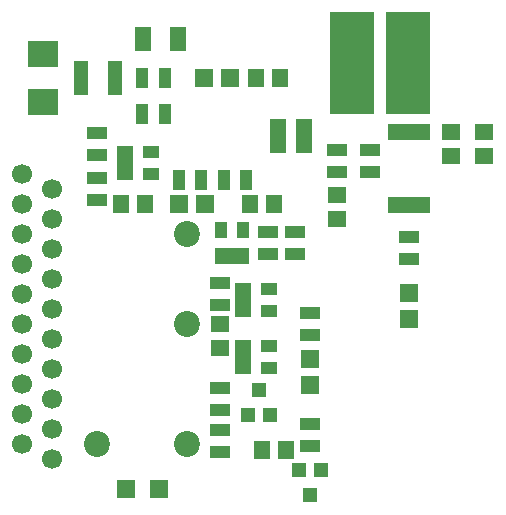
<source format=gbr>
G04 #@! TF.FileFunction,Soldermask,Top*
%FSLAX46Y46*%
G04 Gerber Fmt 4.6, Leading zero omitted, Abs format (unit mm)*
G04 Created by KiCad (PCBNEW 4.0.2+dfsg1-stable) date Mon 05 Feb 2018 09:34:23 PM EST*
%MOMM*%
G01*
G04 APERTURE LIST*
%ADD10C,0.100000*%
%ADD11R,1.300000X2.900000*%
%ADD12R,1.400000X1.650000*%
%ADD13R,1.650000X1.400000*%
%ADD14C,2.200000*%
%ADD15R,3.700000X8.600000*%
%ADD16R,1.700000X1.100000*%
%ADD17R,1.100000X1.700000*%
%ADD18R,1.460000X1.050000*%
%ADD19C,1.700000*%
%ADD20R,2.559000X2.178000*%
%ADD21R,1.600000X1.600000*%
%ADD22R,1.200000X1.300000*%
%ADD23R,1.400000X2.000000*%
%ADD24R,3.600000X1.400000*%
%ADD25R,1.050000X1.460000*%
G04 APERTURE END LIST*
D10*
D11*
X38756000Y-44958000D03*
X41656000Y-44958000D03*
D12*
X54118000Y-76454000D03*
X56118000Y-76454000D03*
X55102000Y-55626000D03*
X53102000Y-55626000D03*
D13*
X50546000Y-65802000D03*
X50546000Y-67802000D03*
D14*
X47752000Y-75946000D03*
X47752000Y-65786000D03*
X47752000Y-58166000D03*
X40132000Y-75946000D03*
D15*
X61722000Y-43688000D03*
X66422000Y-43688000D03*
D16*
X40132000Y-53406000D03*
X40132000Y-55306000D03*
X40132000Y-49596000D03*
X40132000Y-51496000D03*
X50546000Y-74742000D03*
X50546000Y-76642000D03*
X50546000Y-71186000D03*
X50546000Y-73086000D03*
D17*
X48956000Y-53594000D03*
X47056000Y-53594000D03*
X52766000Y-53594000D03*
X50866000Y-53594000D03*
D16*
X54610000Y-57978000D03*
X54610000Y-59878000D03*
X56896000Y-59878000D03*
X56896000Y-57978000D03*
X50546000Y-64196000D03*
X50546000Y-62296000D03*
X58166000Y-64836000D03*
X58166000Y-66736000D03*
X58166000Y-76134000D03*
X58166000Y-74234000D03*
D18*
X42504000Y-51186000D03*
X42504000Y-52136000D03*
X42504000Y-53086000D03*
X44704000Y-53086000D03*
X44704000Y-51186000D03*
X52494000Y-67630000D03*
X52494000Y-68580000D03*
X52494000Y-69530000D03*
X54694000Y-69530000D03*
X54694000Y-67630000D03*
X52494000Y-62804000D03*
X52494000Y-63754000D03*
X52494000Y-64704000D03*
X54694000Y-64704000D03*
X54694000Y-62804000D03*
D19*
X33782000Y-58166000D03*
X33782000Y-55626000D03*
X33782000Y-53086000D03*
X33782000Y-60706000D03*
X36322000Y-54356000D03*
X36322000Y-56896000D03*
X36322000Y-59436000D03*
X36322000Y-61976000D03*
X33782000Y-63246000D03*
X36322000Y-64516000D03*
X33782000Y-65786000D03*
X36322000Y-67056000D03*
X33782000Y-68326000D03*
X36322000Y-69596000D03*
X33782000Y-70866000D03*
X36322000Y-72136000D03*
X33782000Y-73406000D03*
X36322000Y-74676000D03*
X33782000Y-75946000D03*
X36322000Y-77216000D03*
D20*
X35560000Y-42926000D03*
X35560000Y-46990000D03*
D21*
X47076000Y-55626000D03*
X49276000Y-55626000D03*
X58166000Y-68750000D03*
X58166000Y-70950000D03*
X42542000Y-79756000D03*
X45342000Y-79756000D03*
D22*
X52898000Y-73474000D03*
X54798000Y-73474000D03*
X53848000Y-71374000D03*
X59116000Y-78164000D03*
X57216000Y-78164000D03*
X58166000Y-80264000D03*
D23*
X43990000Y-41656000D03*
X46990000Y-41656000D03*
D12*
X55594000Y-44958000D03*
X53594000Y-44958000D03*
D13*
X60452000Y-54896000D03*
X60452000Y-56896000D03*
D21*
X49225020Y-44958000D03*
X51425020Y-44958000D03*
X66548000Y-63128980D03*
X66548000Y-65328980D03*
D17*
X43942000Y-44958000D03*
X45842000Y-44958000D03*
X43942000Y-48006000D03*
X45842000Y-48006000D03*
D16*
X63246000Y-52954000D03*
X63246000Y-51054000D03*
X60452000Y-52954000D03*
X60452000Y-51054000D03*
D24*
X66548000Y-55730000D03*
X66548000Y-49530000D03*
D16*
X66548000Y-58420000D03*
X66548000Y-60320000D03*
D18*
X55458000Y-48900000D03*
X55458000Y-49850000D03*
X55458000Y-50800000D03*
X57658000Y-50800000D03*
X57658000Y-48900000D03*
X57658000Y-49850000D03*
D25*
X50612000Y-60028000D03*
X51562000Y-60028000D03*
X52512000Y-60028000D03*
X52512000Y-57828000D03*
X50612000Y-57828000D03*
D13*
X70104000Y-49530000D03*
X70104000Y-51530000D03*
X72898000Y-49530000D03*
X72898000Y-51530000D03*
D12*
X44164000Y-55626000D03*
X42164000Y-55626000D03*
M02*

</source>
